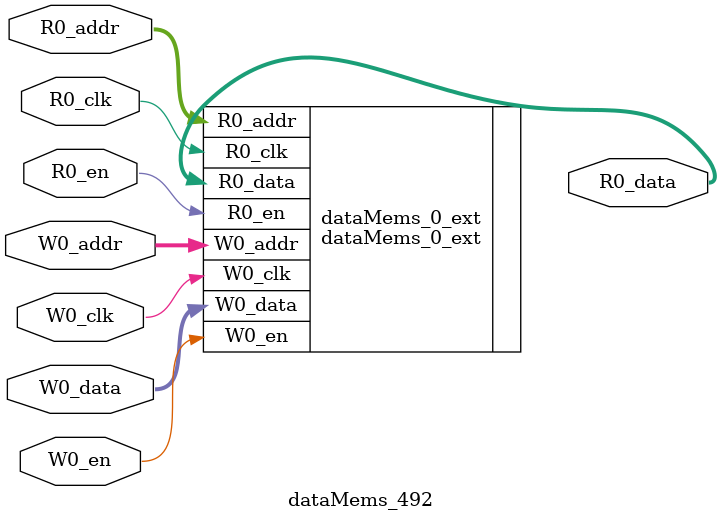
<source format=sv>
`ifndef RANDOMIZE
  `ifdef RANDOMIZE_REG_INIT
    `define RANDOMIZE
  `endif // RANDOMIZE_REG_INIT
`endif // not def RANDOMIZE
`ifndef RANDOMIZE
  `ifdef RANDOMIZE_MEM_INIT
    `define RANDOMIZE
  `endif // RANDOMIZE_MEM_INIT
`endif // not def RANDOMIZE

`ifndef RANDOM
  `define RANDOM $random
`endif // not def RANDOM

// Users can define 'PRINTF_COND' to add an extra gate to prints.
`ifndef PRINTF_COND_
  `ifdef PRINTF_COND
    `define PRINTF_COND_ (`PRINTF_COND)
  `else  // PRINTF_COND
    `define PRINTF_COND_ 1
  `endif // PRINTF_COND
`endif // not def PRINTF_COND_

// Users can define 'ASSERT_VERBOSE_COND' to add an extra gate to assert error printing.
`ifndef ASSERT_VERBOSE_COND_
  `ifdef ASSERT_VERBOSE_COND
    `define ASSERT_VERBOSE_COND_ (`ASSERT_VERBOSE_COND)
  `else  // ASSERT_VERBOSE_COND
    `define ASSERT_VERBOSE_COND_ 1
  `endif // ASSERT_VERBOSE_COND
`endif // not def ASSERT_VERBOSE_COND_

// Users can define 'STOP_COND' to add an extra gate to stop conditions.
`ifndef STOP_COND_
  `ifdef STOP_COND
    `define STOP_COND_ (`STOP_COND)
  `else  // STOP_COND
    `define STOP_COND_ 1
  `endif // STOP_COND
`endif // not def STOP_COND_

// Users can define INIT_RANDOM as general code that gets injected into the
// initializer block for modules with registers.
`ifndef INIT_RANDOM
  `define INIT_RANDOM
`endif // not def INIT_RANDOM

// If using random initialization, you can also define RANDOMIZE_DELAY to
// customize the delay used, otherwise 0.002 is used.
`ifndef RANDOMIZE_DELAY
  `define RANDOMIZE_DELAY 0.002
`endif // not def RANDOMIZE_DELAY

// Define INIT_RANDOM_PROLOG_ for use in our modules below.
`ifndef INIT_RANDOM_PROLOG_
  `ifdef RANDOMIZE
    `ifdef VERILATOR
      `define INIT_RANDOM_PROLOG_ `INIT_RANDOM
    `else  // VERILATOR
      `define INIT_RANDOM_PROLOG_ `INIT_RANDOM #`RANDOMIZE_DELAY begin end
    `endif // VERILATOR
  `else  // RANDOMIZE
    `define INIT_RANDOM_PROLOG_
  `endif // RANDOMIZE
`endif // not def INIT_RANDOM_PROLOG_

// Include register initializers in init blocks unless synthesis is set
`ifndef SYNTHESIS
  `ifndef ENABLE_INITIAL_REG_
    `define ENABLE_INITIAL_REG_
  `endif // not def ENABLE_INITIAL_REG_
`endif // not def SYNTHESIS

// Include rmemory initializers in init blocks unless synthesis is set
`ifndef SYNTHESIS
  `ifndef ENABLE_INITIAL_MEM_
    `define ENABLE_INITIAL_MEM_
  `endif // not def ENABLE_INITIAL_MEM_
`endif // not def SYNTHESIS

module dataMems_492(	// @[generators/ara/src/main/scala/UnsafeAXI4ToTL.scala:365:62]
  input  [4:0]  R0_addr,
  input         R0_en,
  input         R0_clk,
  output [66:0] R0_data,
  input  [4:0]  W0_addr,
  input         W0_en,
  input         W0_clk,
  input  [66:0] W0_data
);

  dataMems_0_ext dataMems_0_ext (	// @[generators/ara/src/main/scala/UnsafeAXI4ToTL.scala:365:62]
    .R0_addr (R0_addr),
    .R0_en   (R0_en),
    .R0_clk  (R0_clk),
    .R0_data (R0_data),
    .W0_addr (W0_addr),
    .W0_en   (W0_en),
    .W0_clk  (W0_clk),
    .W0_data (W0_data)
  );
endmodule


</source>
